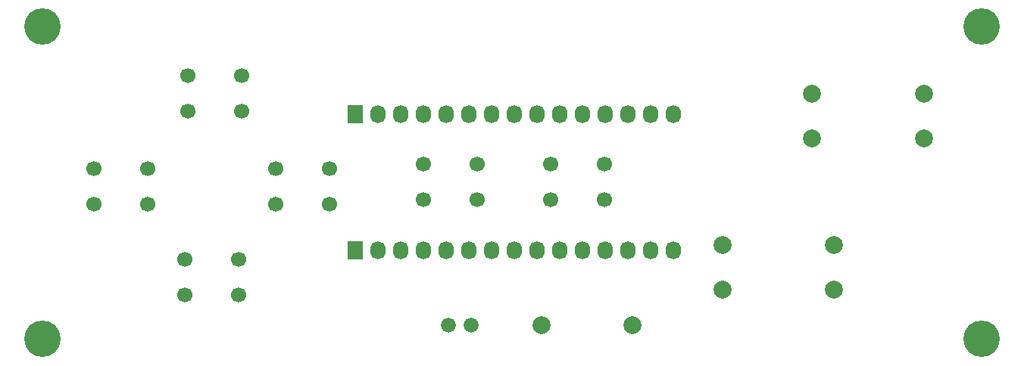
<source format=gbl>
G04 #@! TF.FileFunction,Copper,L2,Bot,Signal*
%FSLAX46Y46*%
G04 Gerber Fmt 4.6, Leading zero omitted, Abs format (unit mm)*
G04 Created by KiCad (PCBNEW 4.0.4+e1-6308~48~ubuntu16.04.1-stable) date Thu Sep 15 22:11:00 2016*
%MOMM*%
%LPD*%
G01*
G04 APERTURE LIST*
%ADD10C,0.100000*%
%ADD11C,1.676400*%
%ADD12R,1.727200X2.032000*%
%ADD13O,1.727200X2.032000*%
%ADD14C,1.998980*%
%ADD15C,1.700000*%
%ADD16C,2.000000*%
%ADD17C,4.064000*%
G04 APERTURE END LIST*
D10*
D11*
X87900000Y-73400000D03*
X85360000Y-73400000D03*
D12*
X74975720Y-49817020D03*
D13*
X77515720Y-49817020D03*
X80055720Y-49817020D03*
X82595720Y-49817020D03*
X85135720Y-49817020D03*
X87675720Y-49817020D03*
X90215720Y-49817020D03*
X92755720Y-49817020D03*
X95295720Y-49817020D03*
X97835720Y-49817020D03*
X100375720Y-49817020D03*
X102915720Y-49817020D03*
X105455720Y-49817020D03*
X107995720Y-49817020D03*
X110535720Y-49817020D03*
D12*
X74978260Y-65057020D03*
D13*
X77518260Y-65057020D03*
X80058260Y-65057020D03*
X82598260Y-65057020D03*
X85138260Y-65057020D03*
X87678260Y-65057020D03*
X90218260Y-65057020D03*
X92758260Y-65057020D03*
X95298260Y-65057020D03*
X97838260Y-65057020D03*
X100378260Y-65057020D03*
X102918260Y-65057020D03*
X105458260Y-65057020D03*
X107998260Y-65057020D03*
X110538260Y-65057020D03*
D14*
X95800000Y-73400000D03*
X105960000Y-73400000D03*
D15*
X62210000Y-49500000D03*
X56210000Y-49500000D03*
X62210000Y-45500000D03*
X56210000Y-45500000D03*
X51720000Y-59880000D03*
X45720000Y-59880000D03*
X51720000Y-55880000D03*
X45720000Y-55880000D03*
X61880000Y-70040000D03*
X55880000Y-70040000D03*
X61880000Y-66040000D03*
X55880000Y-66040000D03*
X72040000Y-59880000D03*
X66040000Y-59880000D03*
X72040000Y-55880000D03*
X66040000Y-55880000D03*
X88565100Y-59363700D03*
X82565100Y-59363700D03*
X88565100Y-55363700D03*
X82565100Y-55363700D03*
X102765100Y-59363700D03*
X96765100Y-59363700D03*
X102765100Y-55363700D03*
X96765100Y-55363700D03*
D16*
X116000000Y-64500000D03*
X128500000Y-64500000D03*
X116000000Y-69500000D03*
X128500000Y-69500000D03*
X126000000Y-47500000D03*
X138500000Y-47500000D03*
X126000000Y-52500000D03*
X138500000Y-52500000D03*
D17*
X40000000Y-40000000D03*
X40000000Y-75000000D03*
X145000000Y-75000000D03*
X145000000Y-40000000D03*
M02*

</source>
